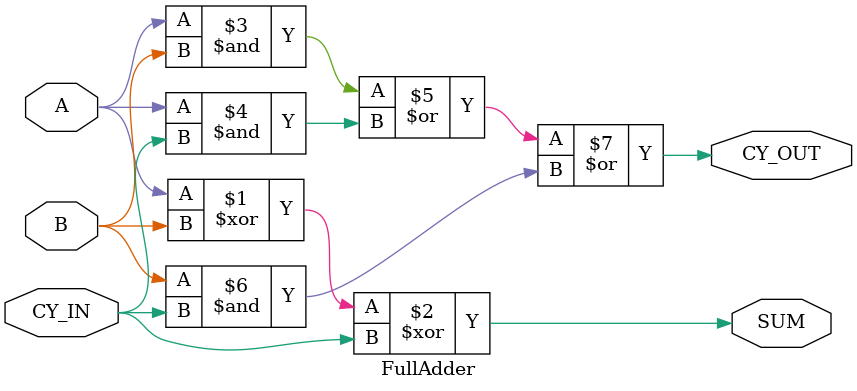
<source format=v>
module	FullAdder	( A, B, CY_IN, SUM, CY_OUT );
input	A, B, CY_IN;
output	SUM, CY_OUT;
	assign SUM    = A ^ B ^ CY_IN;
	assign CY_OUT = ( A & B ) | ( A & CY_IN ) | ( B & CY_IN );
endmodule


</source>
